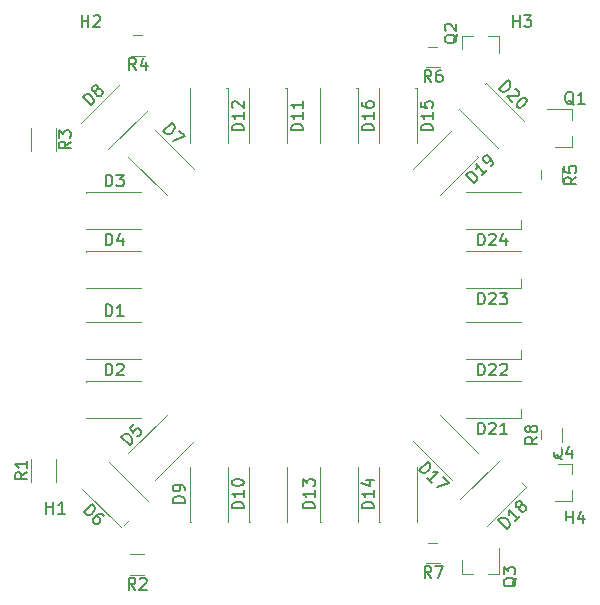
<source format=gto>
G04 #@! TF.GenerationSoftware,KiCad,Pcbnew,(5.99.0-490-gc7ce93e10)*
G04 #@! TF.CreationDate,2019-12-10T12:04:11+01:00*
G04 #@! TF.ProjectId,LED_Panel_Flat,4c45445f-5061-46e6-956c-5f466c61742e,rev?*
G04 #@! TF.SameCoordinates,Original*
G04 #@! TF.FileFunction,Legend,Top*
G04 #@! TF.FilePolarity,Positive*
%FSLAX46Y46*%
G04 Gerber Fmt 4.6, Leading zero omitted, Abs format (unit mm)*
G04 Created by KiCad (PCBNEW (5.99.0-490-gc7ce93e10)) date 2019-12-10 12:04:11*
%MOMM*%
%LPD*%
G04 APERTURE LIST*
%ADD10C,0.120000*%
%ADD11C,0.150000*%
%ADD12C,6.000000*%
%ADD13R,1.700000X1.100000*%
%ADD14R,1.100000X1.700000*%
%ADD15R,2.100000X1.300000*%
%ADD16R,1.300000X1.200000*%
%ADD17R,1.200000X1.300000*%
%ADD18R,1.900000X3.000000*%
%ADD19R,3.000000X1.900000*%
G04 APERTURE END LIST*
D10*
X159120000Y-103600000D02*
X159120000Y-102400000D01*
X160880000Y-102400000D02*
X160880000Y-103600000D01*
X150600000Y-113880000D02*
X149400000Y-113880000D01*
X149400000Y-112120000D02*
X150600000Y-112120000D01*
X150600000Y-71880000D02*
X149400000Y-71880000D01*
X149400000Y-70120000D02*
X150600000Y-70120000D01*
X160880000Y-80400000D02*
X160880000Y-81600000D01*
X159120000Y-81600000D02*
X159120000Y-80400000D01*
X125600000Y-70880000D02*
X124400000Y-70880000D01*
X124400000Y-69120000D02*
X125600000Y-69120000D01*
X118070000Y-77000000D02*
X118070000Y-79000000D01*
X115930000Y-79000000D02*
X115930000Y-77000000D01*
X125550000Y-114880000D02*
X124350000Y-114880000D01*
X124350000Y-113120000D02*
X125550000Y-113120000D01*
X115930000Y-107000000D02*
X115930000Y-105000000D01*
X118070000Y-105000000D02*
X118070000Y-107000000D01*
X161760000Y-108580000D02*
X160300000Y-108580000D01*
X161760000Y-105420000D02*
X159600000Y-105420000D01*
X161760000Y-105420000D02*
X161760000Y-106350000D01*
X161760000Y-108580000D02*
X161760000Y-107650000D01*
X152420000Y-114760000D02*
X152420000Y-113300000D01*
X155580000Y-114760000D02*
X155580000Y-112600000D01*
X155580000Y-114760000D02*
X154650000Y-114760000D01*
X152420000Y-114760000D02*
X153350000Y-114760000D01*
X155580000Y-69240000D02*
X155580000Y-70700000D01*
X152420000Y-69240000D02*
X152420000Y-71400000D01*
X152420000Y-69240000D02*
X153350000Y-69240000D01*
X155580000Y-69240000D02*
X154650000Y-69240000D01*
X161760000Y-78580000D02*
X160300000Y-78580000D01*
X161760000Y-75420000D02*
X159600000Y-75420000D01*
X161760000Y-75420000D02*
X161760000Y-76350000D01*
X161760000Y-78580000D02*
X161760000Y-77650000D01*
X157400000Y-85600000D02*
X157400000Y-84800000D01*
X152750000Y-85600000D02*
X157400000Y-85600000D01*
X152750000Y-82400000D02*
X157400000Y-82400000D01*
X157400000Y-90600000D02*
X157400000Y-89800000D01*
X152750000Y-90600000D02*
X157400000Y-90600000D01*
X152750000Y-87400000D02*
X157400000Y-87400000D01*
X157400000Y-96600000D02*
X157400000Y-95800000D01*
X152750000Y-96600000D02*
X157400000Y-96600000D01*
X152750000Y-93400000D02*
X157400000Y-93400000D01*
X157400000Y-101600000D02*
X157400000Y-100800000D01*
X152750000Y-101600000D02*
X157400000Y-101600000D01*
X152750000Y-98400000D02*
X157400000Y-98400000D01*
X154434315Y-73171573D02*
X153868629Y-73737258D01*
X157722361Y-76459619D02*
X154434315Y-73171573D01*
X155459619Y-78722361D02*
X152171573Y-75434315D01*
X153828427Y-79434315D02*
X153262742Y-78868629D01*
X150540381Y-82722361D02*
X153828427Y-79434315D01*
X148277639Y-80459619D02*
X151565685Y-77171573D01*
X157828427Y-107434315D02*
X157262742Y-106868629D01*
X154540381Y-110722361D02*
X157828427Y-107434315D01*
X152277639Y-108459619D02*
X155565685Y-105171573D01*
X151565685Y-106828427D02*
X152131371Y-106262742D01*
X148277639Y-103540381D02*
X151565685Y-106828427D01*
X150540381Y-101277639D02*
X153828427Y-104565685D01*
X143600000Y-73600000D02*
X142800000Y-73600000D01*
X143600000Y-78250000D02*
X143600000Y-73600000D01*
X140400000Y-78250000D02*
X140400000Y-73600000D01*
X148600000Y-73600000D02*
X147800000Y-73600000D01*
X148600000Y-78250000D02*
X148600000Y-73600000D01*
X145400000Y-78250000D02*
X145400000Y-73600000D01*
X145400000Y-110400000D02*
X146200000Y-110400000D01*
X145400000Y-105750000D02*
X145400000Y-110400000D01*
X148600000Y-105750000D02*
X148600000Y-110400000D01*
X140400000Y-110400000D02*
X141200000Y-110400000D01*
X140400000Y-105750000D02*
X140400000Y-110400000D01*
X143600000Y-105750000D02*
X143600000Y-110400000D01*
X132600000Y-73600000D02*
X131800000Y-73600000D01*
X132600000Y-78250000D02*
X132600000Y-73600000D01*
X129400000Y-78250000D02*
X129400000Y-73600000D01*
X137600000Y-73600000D02*
X136800000Y-73600000D01*
X137600000Y-78250000D02*
X137600000Y-73600000D01*
X134400000Y-78250000D02*
X134400000Y-73600000D01*
X134400000Y-110400000D02*
X135200000Y-110400000D01*
X134400000Y-105750000D02*
X134400000Y-110400000D01*
X137600000Y-105750000D02*
X137600000Y-110400000D01*
X129400000Y-110400000D02*
X130200000Y-110400000D01*
X129400000Y-105750000D02*
X129400000Y-110400000D01*
X132600000Y-105750000D02*
X132600000Y-110400000D01*
X120171573Y-76565685D02*
X120737258Y-77131371D01*
X123459619Y-73277639D02*
X120171573Y-76565685D01*
X125722361Y-75540381D02*
X122434315Y-78828427D01*
X126434315Y-77171573D02*
X125868629Y-77737258D01*
X129722361Y-80459619D02*
X126434315Y-77171573D01*
X127459619Y-82722361D02*
X124171573Y-79434315D01*
X123565685Y-110828427D02*
X124131371Y-110262742D01*
X120277639Y-107540381D02*
X123565685Y-110828427D01*
X122540381Y-105277639D02*
X125828427Y-108565685D01*
X124171573Y-104565685D02*
X124737258Y-105131371D01*
X127459619Y-101277639D02*
X124171573Y-104565685D01*
X129722361Y-103540381D02*
X126434315Y-106828427D01*
X120600000Y-87400000D02*
X120600000Y-88200000D01*
X125250000Y-87400000D02*
X120600000Y-87400000D01*
X125250000Y-90600000D02*
X120600000Y-90600000D01*
X120600000Y-82400000D02*
X120600000Y-83200000D01*
X125250000Y-82400000D02*
X120600000Y-82400000D01*
X125250000Y-85600000D02*
X120600000Y-85600000D01*
X120600000Y-98400000D02*
X120600000Y-99200000D01*
X125250000Y-98400000D02*
X120600000Y-98400000D01*
X125250000Y-101600000D02*
X120600000Y-101600000D01*
X120600000Y-93400000D02*
X120600000Y-94200000D01*
X125250000Y-93400000D02*
X120600000Y-93400000D01*
X125250000Y-96600000D02*
X120600000Y-96600000D01*
D11*
X161238095Y-110452380D02*
X161238095Y-109452380D01*
X161238095Y-109928571D02*
X161809523Y-109928571D01*
X161809523Y-110452380D02*
X161809523Y-109452380D01*
X162714285Y-109785714D02*
X162714285Y-110452380D01*
X162476190Y-109404761D02*
X162238095Y-110119047D01*
X162857142Y-110119047D01*
X156738095Y-68452380D02*
X156738095Y-67452380D01*
X156738095Y-67928571D02*
X157309523Y-67928571D01*
X157309523Y-68452380D02*
X157309523Y-67452380D01*
X157690476Y-67452380D02*
X158309523Y-67452380D01*
X157976190Y-67833333D01*
X158119047Y-67833333D01*
X158214285Y-67880952D01*
X158261904Y-67928571D01*
X158309523Y-68023809D01*
X158309523Y-68261904D01*
X158261904Y-68357142D01*
X158214285Y-68404761D01*
X158119047Y-68452380D01*
X157833333Y-68452380D01*
X157738095Y-68404761D01*
X157690476Y-68357142D01*
X158802380Y-103166666D02*
X158326190Y-103500000D01*
X158802380Y-103738095D02*
X157802380Y-103738095D01*
X157802380Y-103357142D01*
X157850000Y-103261904D01*
X157897619Y-103214285D01*
X157992857Y-103166666D01*
X158135714Y-103166666D01*
X158230952Y-103214285D01*
X158278571Y-103261904D01*
X158326190Y-103357142D01*
X158326190Y-103738095D01*
X158230952Y-102595238D02*
X158183333Y-102690476D01*
X158135714Y-102738095D01*
X158040476Y-102785714D01*
X157992857Y-102785714D01*
X157897619Y-102738095D01*
X157850000Y-102690476D01*
X157802380Y-102595238D01*
X157802380Y-102404761D01*
X157850000Y-102309523D01*
X157897619Y-102261904D01*
X157992857Y-102214285D01*
X158040476Y-102214285D01*
X158135714Y-102261904D01*
X158183333Y-102309523D01*
X158230952Y-102404761D01*
X158230952Y-102595238D01*
X158278571Y-102690476D01*
X158326190Y-102738095D01*
X158421428Y-102785714D01*
X158611904Y-102785714D01*
X158707142Y-102738095D01*
X158754761Y-102690476D01*
X158802380Y-102595238D01*
X158802380Y-102404761D01*
X158754761Y-102309523D01*
X158707142Y-102261904D01*
X158611904Y-102214285D01*
X158421428Y-102214285D01*
X158326190Y-102261904D01*
X158278571Y-102309523D01*
X158230952Y-102404761D01*
X149833333Y-115102380D02*
X149500000Y-114626190D01*
X149261904Y-115102380D02*
X149261904Y-114102380D01*
X149642857Y-114102380D01*
X149738095Y-114150000D01*
X149785714Y-114197619D01*
X149833333Y-114292857D01*
X149833333Y-114435714D01*
X149785714Y-114530952D01*
X149738095Y-114578571D01*
X149642857Y-114626190D01*
X149261904Y-114626190D01*
X150166666Y-114102380D02*
X150833333Y-114102380D01*
X150404761Y-115102380D01*
X149833333Y-73102380D02*
X149500000Y-72626190D01*
X149261904Y-73102380D02*
X149261904Y-72102380D01*
X149642857Y-72102380D01*
X149738095Y-72150000D01*
X149785714Y-72197619D01*
X149833333Y-72292857D01*
X149833333Y-72435714D01*
X149785714Y-72530952D01*
X149738095Y-72578571D01*
X149642857Y-72626190D01*
X149261904Y-72626190D01*
X150690476Y-72102380D02*
X150500000Y-72102380D01*
X150404761Y-72150000D01*
X150357142Y-72197619D01*
X150261904Y-72340476D01*
X150214285Y-72530952D01*
X150214285Y-72911904D01*
X150261904Y-73007142D01*
X150309523Y-73054761D01*
X150404761Y-73102380D01*
X150595238Y-73102380D01*
X150690476Y-73054761D01*
X150738095Y-73007142D01*
X150785714Y-72911904D01*
X150785714Y-72673809D01*
X150738095Y-72578571D01*
X150690476Y-72530952D01*
X150595238Y-72483333D01*
X150404761Y-72483333D01*
X150309523Y-72530952D01*
X150261904Y-72578571D01*
X150214285Y-72673809D01*
X162102380Y-81166666D02*
X161626190Y-81500000D01*
X162102380Y-81738095D02*
X161102380Y-81738095D01*
X161102380Y-81357142D01*
X161150000Y-81261904D01*
X161197619Y-81214285D01*
X161292857Y-81166666D01*
X161435714Y-81166666D01*
X161530952Y-81214285D01*
X161578571Y-81261904D01*
X161626190Y-81357142D01*
X161626190Y-81738095D01*
X161102380Y-80261904D02*
X161102380Y-80738095D01*
X161578571Y-80785714D01*
X161530952Y-80738095D01*
X161483333Y-80642857D01*
X161483333Y-80404761D01*
X161530952Y-80309523D01*
X161578571Y-80261904D01*
X161673809Y-80214285D01*
X161911904Y-80214285D01*
X162007142Y-80261904D01*
X162054761Y-80309523D01*
X162102380Y-80404761D01*
X162102380Y-80642857D01*
X162054761Y-80738095D01*
X162007142Y-80785714D01*
X124833333Y-72102380D02*
X124500000Y-71626190D01*
X124261904Y-72102380D02*
X124261904Y-71102380D01*
X124642857Y-71102380D01*
X124738095Y-71150000D01*
X124785714Y-71197619D01*
X124833333Y-71292857D01*
X124833333Y-71435714D01*
X124785714Y-71530952D01*
X124738095Y-71578571D01*
X124642857Y-71626190D01*
X124261904Y-71626190D01*
X125690476Y-71435714D02*
X125690476Y-72102380D01*
X125452380Y-71054761D02*
X125214285Y-71769047D01*
X125833333Y-71769047D01*
X119302380Y-78166666D02*
X118826190Y-78500000D01*
X119302380Y-78738095D02*
X118302380Y-78738095D01*
X118302380Y-78357142D01*
X118350000Y-78261904D01*
X118397619Y-78214285D01*
X118492857Y-78166666D01*
X118635714Y-78166666D01*
X118730952Y-78214285D01*
X118778571Y-78261904D01*
X118826190Y-78357142D01*
X118826190Y-78738095D01*
X118302380Y-77833333D02*
X118302380Y-77214285D01*
X118683333Y-77547619D01*
X118683333Y-77404761D01*
X118730952Y-77309523D01*
X118778571Y-77261904D01*
X118873809Y-77214285D01*
X119111904Y-77214285D01*
X119207142Y-77261904D01*
X119254761Y-77309523D01*
X119302380Y-77404761D01*
X119302380Y-77690476D01*
X119254761Y-77785714D01*
X119207142Y-77833333D01*
X124783333Y-116102380D02*
X124450000Y-115626190D01*
X124211904Y-116102380D02*
X124211904Y-115102380D01*
X124592857Y-115102380D01*
X124688095Y-115150000D01*
X124735714Y-115197619D01*
X124783333Y-115292857D01*
X124783333Y-115435714D01*
X124735714Y-115530952D01*
X124688095Y-115578571D01*
X124592857Y-115626190D01*
X124211904Y-115626190D01*
X125164285Y-115197619D02*
X125211904Y-115150000D01*
X125307142Y-115102380D01*
X125545238Y-115102380D01*
X125640476Y-115150000D01*
X125688095Y-115197619D01*
X125735714Y-115292857D01*
X125735714Y-115388095D01*
X125688095Y-115530952D01*
X125116666Y-116102380D01*
X125735714Y-116102380D01*
X115602380Y-106166666D02*
X115126190Y-106500000D01*
X115602380Y-106738095D02*
X114602380Y-106738095D01*
X114602380Y-106357142D01*
X114650000Y-106261904D01*
X114697619Y-106214285D01*
X114792857Y-106166666D01*
X114935714Y-106166666D01*
X115030952Y-106214285D01*
X115078571Y-106261904D01*
X115126190Y-106357142D01*
X115126190Y-106738095D01*
X115602380Y-105214285D02*
X115602380Y-105785714D01*
X115602380Y-105500000D02*
X114602380Y-105500000D01*
X114745238Y-105595238D01*
X114840476Y-105690476D01*
X114888095Y-105785714D01*
X160904761Y-105047619D02*
X160809523Y-105000000D01*
X160714285Y-104904761D01*
X160571428Y-104761904D01*
X160476190Y-104714285D01*
X160380952Y-104714285D01*
X160428571Y-104952380D02*
X160333333Y-104904761D01*
X160238095Y-104809523D01*
X160190476Y-104619047D01*
X160190476Y-104285714D01*
X160238095Y-104095238D01*
X160333333Y-104000000D01*
X160428571Y-103952380D01*
X160619047Y-103952380D01*
X160714285Y-104000000D01*
X160809523Y-104095238D01*
X160857142Y-104285714D01*
X160857142Y-104619047D01*
X160809523Y-104809523D01*
X160714285Y-104904761D01*
X160619047Y-104952380D01*
X160428571Y-104952380D01*
X161714285Y-104285714D02*
X161714285Y-104952380D01*
X161476190Y-103904761D02*
X161238095Y-104619047D01*
X161857142Y-104619047D01*
X157047619Y-115095238D02*
X157000000Y-115190476D01*
X156904761Y-115285714D01*
X156761904Y-115428571D01*
X156714285Y-115523809D01*
X156714285Y-115619047D01*
X156952380Y-115571428D02*
X156904761Y-115666666D01*
X156809523Y-115761904D01*
X156619047Y-115809523D01*
X156285714Y-115809523D01*
X156095238Y-115761904D01*
X156000000Y-115666666D01*
X155952380Y-115571428D01*
X155952380Y-115380952D01*
X156000000Y-115285714D01*
X156095238Y-115190476D01*
X156285714Y-115142857D01*
X156619047Y-115142857D01*
X156809523Y-115190476D01*
X156904761Y-115285714D01*
X156952380Y-115380952D01*
X156952380Y-115571428D01*
X155952380Y-114809523D02*
X155952380Y-114190476D01*
X156333333Y-114523809D01*
X156333333Y-114380952D01*
X156380952Y-114285714D01*
X156428571Y-114238095D01*
X156523809Y-114190476D01*
X156761904Y-114190476D01*
X156857142Y-114238095D01*
X156904761Y-114285714D01*
X156952380Y-114380952D01*
X156952380Y-114666666D01*
X156904761Y-114761904D01*
X156857142Y-114809523D01*
X152047619Y-69095238D02*
X152000000Y-69190476D01*
X151904761Y-69285714D01*
X151761904Y-69428571D01*
X151714285Y-69523809D01*
X151714285Y-69619047D01*
X151952380Y-69571428D02*
X151904761Y-69666666D01*
X151809523Y-69761904D01*
X151619047Y-69809523D01*
X151285714Y-69809523D01*
X151095238Y-69761904D01*
X151000000Y-69666666D01*
X150952380Y-69571428D01*
X150952380Y-69380952D01*
X151000000Y-69285714D01*
X151095238Y-69190476D01*
X151285714Y-69142857D01*
X151619047Y-69142857D01*
X151809523Y-69190476D01*
X151904761Y-69285714D01*
X151952380Y-69380952D01*
X151952380Y-69571428D01*
X151047619Y-68761904D02*
X151000000Y-68714285D01*
X150952380Y-68619047D01*
X150952380Y-68380952D01*
X151000000Y-68285714D01*
X151047619Y-68238095D01*
X151142857Y-68190476D01*
X151238095Y-68190476D01*
X151380952Y-68238095D01*
X151952380Y-68809523D01*
X151952380Y-68190476D01*
X161904761Y-75047619D02*
X161809523Y-75000000D01*
X161714285Y-74904761D01*
X161571428Y-74761904D01*
X161476190Y-74714285D01*
X161380952Y-74714285D01*
X161428571Y-74952380D02*
X161333333Y-74904761D01*
X161238095Y-74809523D01*
X161190476Y-74619047D01*
X161190476Y-74285714D01*
X161238095Y-74095238D01*
X161333333Y-74000000D01*
X161428571Y-73952380D01*
X161619047Y-73952380D01*
X161714285Y-74000000D01*
X161809523Y-74095238D01*
X161857142Y-74285714D01*
X161857142Y-74619047D01*
X161809523Y-74809523D01*
X161714285Y-74904761D01*
X161619047Y-74952380D01*
X161428571Y-74952380D01*
X162809523Y-74952380D02*
X162238095Y-74952380D01*
X162523809Y-74952380D02*
X162523809Y-73952380D01*
X162428571Y-74095238D01*
X162333333Y-74190476D01*
X162238095Y-74238095D01*
X120238095Y-68452380D02*
X120238095Y-67452380D01*
X120238095Y-67928571D02*
X120809523Y-67928571D01*
X120809523Y-68452380D02*
X120809523Y-67452380D01*
X121238095Y-67547619D02*
X121285714Y-67500000D01*
X121380952Y-67452380D01*
X121619047Y-67452380D01*
X121714285Y-67500000D01*
X121761904Y-67547619D01*
X121809523Y-67642857D01*
X121809523Y-67738095D01*
X121761904Y-67880952D01*
X121190476Y-68452380D01*
X121809523Y-68452380D01*
X117238095Y-109652380D02*
X117238095Y-108652380D01*
X117238095Y-109128571D02*
X117809523Y-109128571D01*
X117809523Y-109652380D02*
X117809523Y-108652380D01*
X118809523Y-109652380D02*
X118238095Y-109652380D01*
X118523809Y-109652380D02*
X118523809Y-108652380D01*
X118428571Y-108795238D01*
X118333333Y-108890476D01*
X118238095Y-108938095D01*
X153785714Y-86952380D02*
X153785714Y-85952380D01*
X154023809Y-85952380D01*
X154166666Y-86000000D01*
X154261904Y-86095238D01*
X154309523Y-86190476D01*
X154357142Y-86380952D01*
X154357142Y-86523809D01*
X154309523Y-86714285D01*
X154261904Y-86809523D01*
X154166666Y-86904761D01*
X154023809Y-86952380D01*
X153785714Y-86952380D01*
X154738095Y-86047619D02*
X154785714Y-86000000D01*
X154880952Y-85952380D01*
X155119047Y-85952380D01*
X155214285Y-86000000D01*
X155261904Y-86047619D01*
X155309523Y-86142857D01*
X155309523Y-86238095D01*
X155261904Y-86380952D01*
X154690476Y-86952380D01*
X155309523Y-86952380D01*
X156166666Y-86285714D02*
X156166666Y-86952380D01*
X155928571Y-85904761D02*
X155690476Y-86619047D01*
X156309523Y-86619047D01*
X153785714Y-91952380D02*
X153785714Y-90952380D01*
X154023809Y-90952380D01*
X154166666Y-91000000D01*
X154261904Y-91095238D01*
X154309523Y-91190476D01*
X154357142Y-91380952D01*
X154357142Y-91523809D01*
X154309523Y-91714285D01*
X154261904Y-91809523D01*
X154166666Y-91904761D01*
X154023809Y-91952380D01*
X153785714Y-91952380D01*
X154738095Y-91047619D02*
X154785714Y-91000000D01*
X154880952Y-90952380D01*
X155119047Y-90952380D01*
X155214285Y-91000000D01*
X155261904Y-91047619D01*
X155309523Y-91142857D01*
X155309523Y-91238095D01*
X155261904Y-91380952D01*
X154690476Y-91952380D01*
X155309523Y-91952380D01*
X155642857Y-90952380D02*
X156261904Y-90952380D01*
X155928571Y-91333333D01*
X156071428Y-91333333D01*
X156166666Y-91380952D01*
X156214285Y-91428571D01*
X156261904Y-91523809D01*
X156261904Y-91761904D01*
X156214285Y-91857142D01*
X156166666Y-91904761D01*
X156071428Y-91952380D01*
X155785714Y-91952380D01*
X155690476Y-91904761D01*
X155642857Y-91857142D01*
X153785714Y-97952380D02*
X153785714Y-96952380D01*
X154023809Y-96952380D01*
X154166666Y-97000000D01*
X154261904Y-97095238D01*
X154309523Y-97190476D01*
X154357142Y-97380952D01*
X154357142Y-97523809D01*
X154309523Y-97714285D01*
X154261904Y-97809523D01*
X154166666Y-97904761D01*
X154023809Y-97952380D01*
X153785714Y-97952380D01*
X154738095Y-97047619D02*
X154785714Y-97000000D01*
X154880952Y-96952380D01*
X155119047Y-96952380D01*
X155214285Y-97000000D01*
X155261904Y-97047619D01*
X155309523Y-97142857D01*
X155309523Y-97238095D01*
X155261904Y-97380952D01*
X154690476Y-97952380D01*
X155309523Y-97952380D01*
X155690476Y-97047619D02*
X155738095Y-97000000D01*
X155833333Y-96952380D01*
X156071428Y-96952380D01*
X156166666Y-97000000D01*
X156214285Y-97047619D01*
X156261904Y-97142857D01*
X156261904Y-97238095D01*
X156214285Y-97380952D01*
X155642857Y-97952380D01*
X156261904Y-97952380D01*
X153785714Y-102952380D02*
X153785714Y-101952380D01*
X154023809Y-101952380D01*
X154166666Y-102000000D01*
X154261904Y-102095238D01*
X154309523Y-102190476D01*
X154357142Y-102380952D01*
X154357142Y-102523809D01*
X154309523Y-102714285D01*
X154261904Y-102809523D01*
X154166666Y-102904761D01*
X154023809Y-102952380D01*
X153785714Y-102952380D01*
X154738095Y-102047619D02*
X154785714Y-102000000D01*
X154880952Y-101952380D01*
X155119047Y-101952380D01*
X155214285Y-102000000D01*
X155261904Y-102047619D01*
X155309523Y-102142857D01*
X155309523Y-102238095D01*
X155261904Y-102380952D01*
X154690476Y-102952380D01*
X155309523Y-102952380D01*
X156261904Y-102952380D02*
X155690476Y-102952380D01*
X155976190Y-102952380D02*
X155976190Y-101952380D01*
X155880952Y-102095238D01*
X155785714Y-102190476D01*
X155690476Y-102238095D01*
X155589255Y-73693484D02*
X156296362Y-72986378D01*
X156464721Y-73154736D01*
X156532064Y-73289423D01*
X156532064Y-73424110D01*
X156498392Y-73525126D01*
X156397377Y-73693484D01*
X156296362Y-73794500D01*
X156128003Y-73895515D01*
X156026988Y-73929187D01*
X155892301Y-73929187D01*
X155757614Y-73861843D01*
X155589255Y-73693484D01*
X156902454Y-73727156D02*
X156969797Y-73727156D01*
X157070812Y-73760828D01*
X157239171Y-73929187D01*
X157272843Y-74030202D01*
X157272843Y-74097545D01*
X157239171Y-74198561D01*
X157171828Y-74265904D01*
X157037141Y-74333248D01*
X156229018Y-74333248D01*
X156666751Y-74770981D01*
X157811591Y-74501607D02*
X157878934Y-74568950D01*
X157912606Y-74669965D01*
X157912606Y-74737309D01*
X157878934Y-74838324D01*
X157777919Y-75006683D01*
X157609560Y-75175042D01*
X157441202Y-75276057D01*
X157340186Y-75309729D01*
X157272843Y-75309729D01*
X157171828Y-75276057D01*
X157104484Y-75208713D01*
X157070812Y-75107698D01*
X157070812Y-75040355D01*
X157104484Y-74939339D01*
X157205499Y-74770981D01*
X157373858Y-74602622D01*
X157542217Y-74501607D01*
X157643232Y-74467935D01*
X157710576Y-74467935D01*
X157811591Y-74501607D01*
X153461251Y-81678511D02*
X152754145Y-80971404D01*
X152922503Y-80803045D01*
X153057190Y-80735702D01*
X153191877Y-80735702D01*
X153292893Y-80769374D01*
X153461251Y-80870389D01*
X153562267Y-80971404D01*
X153663282Y-81139763D01*
X153696954Y-81240778D01*
X153696954Y-81375465D01*
X153629610Y-81510152D01*
X153461251Y-81678511D01*
X154538748Y-80601015D02*
X154134687Y-81005076D01*
X154336717Y-80803045D02*
X153629610Y-80095938D01*
X153663282Y-80264297D01*
X153663282Y-80398984D01*
X153629610Y-80500000D01*
X154875465Y-80264297D02*
X155010152Y-80129610D01*
X155043824Y-80028595D01*
X155043824Y-79961251D01*
X155010152Y-79792893D01*
X154909137Y-79624534D01*
X154639763Y-79355160D01*
X154538748Y-79321488D01*
X154471404Y-79321488D01*
X154370389Y-79355160D01*
X154235702Y-79489847D01*
X154202030Y-79590862D01*
X154202030Y-79658206D01*
X154235702Y-79759221D01*
X154404061Y-79927580D01*
X154505076Y-79961251D01*
X154572419Y-79961251D01*
X154673435Y-79927580D01*
X154808122Y-79792893D01*
X154841793Y-79691877D01*
X154841793Y-79624534D01*
X154808122Y-79523519D01*
X156229018Y-110946278D02*
X155521912Y-110239171D01*
X155690270Y-110070812D01*
X155824957Y-110003469D01*
X155959644Y-110003469D01*
X156060660Y-110037141D01*
X156229018Y-110138156D01*
X156330034Y-110239171D01*
X156431049Y-110407530D01*
X156464721Y-110508545D01*
X156464721Y-110643232D01*
X156397377Y-110777919D01*
X156229018Y-110946278D01*
X157306515Y-109868782D02*
X156902454Y-110272843D01*
X157104484Y-110070812D02*
X156397377Y-109363705D01*
X156431049Y-109532064D01*
X156431049Y-109666751D01*
X156397377Y-109767767D01*
X157306515Y-109060660D02*
X157205499Y-109094331D01*
X157138156Y-109094331D01*
X157037141Y-109060660D01*
X157003469Y-109026988D01*
X156969797Y-108925973D01*
X156969797Y-108858629D01*
X157003469Y-108757614D01*
X157138156Y-108622927D01*
X157239171Y-108589255D01*
X157306515Y-108589255D01*
X157407530Y-108622927D01*
X157441202Y-108656599D01*
X157474873Y-108757614D01*
X157474873Y-108824957D01*
X157441202Y-108925973D01*
X157306515Y-109060660D01*
X157272843Y-109161675D01*
X157272843Y-109229018D01*
X157306515Y-109330034D01*
X157441202Y-109464721D01*
X157542217Y-109498392D01*
X157609560Y-109498392D01*
X157710576Y-109464721D01*
X157845263Y-109330034D01*
X157878934Y-109229018D01*
X157878934Y-109161675D01*
X157845263Y-109060660D01*
X157710576Y-108925973D01*
X157609560Y-108892301D01*
X157542217Y-108892301D01*
X157441202Y-108925973D01*
X148821488Y-105961251D02*
X149528595Y-105254145D01*
X149696954Y-105422503D01*
X149764297Y-105557190D01*
X149764297Y-105691877D01*
X149730625Y-105792893D01*
X149629610Y-105961251D01*
X149528595Y-106062267D01*
X149360236Y-106163282D01*
X149259221Y-106196954D01*
X149124534Y-106196954D01*
X148989847Y-106129610D01*
X148821488Y-105961251D01*
X149898984Y-107038748D02*
X149494923Y-106634687D01*
X149696954Y-106836717D02*
X150404061Y-106129610D01*
X150235702Y-106163282D01*
X150101015Y-106163282D01*
X150000000Y-106129610D01*
X150841793Y-106567343D02*
X151313198Y-107038748D01*
X150303045Y-107442809D01*
X144952380Y-77214285D02*
X143952380Y-77214285D01*
X143952380Y-76976190D01*
X144000000Y-76833333D01*
X144095238Y-76738095D01*
X144190476Y-76690476D01*
X144380952Y-76642857D01*
X144523809Y-76642857D01*
X144714285Y-76690476D01*
X144809523Y-76738095D01*
X144904761Y-76833333D01*
X144952380Y-76976190D01*
X144952380Y-77214285D01*
X144952380Y-75690476D02*
X144952380Y-76261904D01*
X144952380Y-75976190D02*
X143952380Y-75976190D01*
X144095238Y-76071428D01*
X144190476Y-76166666D01*
X144238095Y-76261904D01*
X143952380Y-74833333D02*
X143952380Y-75023809D01*
X144000000Y-75119047D01*
X144047619Y-75166666D01*
X144190476Y-75261904D01*
X144380952Y-75309523D01*
X144761904Y-75309523D01*
X144857142Y-75261904D01*
X144904761Y-75214285D01*
X144952380Y-75119047D01*
X144952380Y-74928571D01*
X144904761Y-74833333D01*
X144857142Y-74785714D01*
X144761904Y-74738095D01*
X144523809Y-74738095D01*
X144428571Y-74785714D01*
X144380952Y-74833333D01*
X144333333Y-74928571D01*
X144333333Y-75119047D01*
X144380952Y-75214285D01*
X144428571Y-75261904D01*
X144523809Y-75309523D01*
X149952380Y-77214285D02*
X148952380Y-77214285D01*
X148952380Y-76976190D01*
X149000000Y-76833333D01*
X149095238Y-76738095D01*
X149190476Y-76690476D01*
X149380952Y-76642857D01*
X149523809Y-76642857D01*
X149714285Y-76690476D01*
X149809523Y-76738095D01*
X149904761Y-76833333D01*
X149952380Y-76976190D01*
X149952380Y-77214285D01*
X149952380Y-75690476D02*
X149952380Y-76261904D01*
X149952380Y-75976190D02*
X148952380Y-75976190D01*
X149095238Y-76071428D01*
X149190476Y-76166666D01*
X149238095Y-76261904D01*
X148952380Y-74785714D02*
X148952380Y-75261904D01*
X149428571Y-75309523D01*
X149380952Y-75261904D01*
X149333333Y-75166666D01*
X149333333Y-74928571D01*
X149380952Y-74833333D01*
X149428571Y-74785714D01*
X149523809Y-74738095D01*
X149761904Y-74738095D01*
X149857142Y-74785714D01*
X149904761Y-74833333D01*
X149952380Y-74928571D01*
X149952380Y-75166666D01*
X149904761Y-75261904D01*
X149857142Y-75309523D01*
X144952380Y-109214285D02*
X143952380Y-109214285D01*
X143952380Y-108976190D01*
X144000000Y-108833333D01*
X144095238Y-108738095D01*
X144190476Y-108690476D01*
X144380952Y-108642857D01*
X144523809Y-108642857D01*
X144714285Y-108690476D01*
X144809523Y-108738095D01*
X144904761Y-108833333D01*
X144952380Y-108976190D01*
X144952380Y-109214285D01*
X144952380Y-107690476D02*
X144952380Y-108261904D01*
X144952380Y-107976190D02*
X143952380Y-107976190D01*
X144095238Y-108071428D01*
X144190476Y-108166666D01*
X144238095Y-108261904D01*
X144285714Y-106833333D02*
X144952380Y-106833333D01*
X143904761Y-107071428D02*
X144619047Y-107309523D01*
X144619047Y-106690476D01*
X139952380Y-109214285D02*
X138952380Y-109214285D01*
X138952380Y-108976190D01*
X139000000Y-108833333D01*
X139095238Y-108738095D01*
X139190476Y-108690476D01*
X139380952Y-108642857D01*
X139523809Y-108642857D01*
X139714285Y-108690476D01*
X139809523Y-108738095D01*
X139904761Y-108833333D01*
X139952380Y-108976190D01*
X139952380Y-109214285D01*
X139952380Y-107690476D02*
X139952380Y-108261904D01*
X139952380Y-107976190D02*
X138952380Y-107976190D01*
X139095238Y-108071428D01*
X139190476Y-108166666D01*
X139238095Y-108261904D01*
X138952380Y-107357142D02*
X138952380Y-106738095D01*
X139333333Y-107071428D01*
X139333333Y-106928571D01*
X139380952Y-106833333D01*
X139428571Y-106785714D01*
X139523809Y-106738095D01*
X139761904Y-106738095D01*
X139857142Y-106785714D01*
X139904761Y-106833333D01*
X139952380Y-106928571D01*
X139952380Y-107214285D01*
X139904761Y-107309523D01*
X139857142Y-107357142D01*
X133952380Y-77214285D02*
X132952380Y-77214285D01*
X132952380Y-76976190D01*
X133000000Y-76833333D01*
X133095238Y-76738095D01*
X133190476Y-76690476D01*
X133380952Y-76642857D01*
X133523809Y-76642857D01*
X133714285Y-76690476D01*
X133809523Y-76738095D01*
X133904761Y-76833333D01*
X133952380Y-76976190D01*
X133952380Y-77214285D01*
X133952380Y-75690476D02*
X133952380Y-76261904D01*
X133952380Y-75976190D02*
X132952380Y-75976190D01*
X133095238Y-76071428D01*
X133190476Y-76166666D01*
X133238095Y-76261904D01*
X133047619Y-75309523D02*
X133000000Y-75261904D01*
X132952380Y-75166666D01*
X132952380Y-74928571D01*
X133000000Y-74833333D01*
X133047619Y-74785714D01*
X133142857Y-74738095D01*
X133238095Y-74738095D01*
X133380952Y-74785714D01*
X133952380Y-75357142D01*
X133952380Y-74738095D01*
X138952380Y-77214285D02*
X137952380Y-77214285D01*
X137952380Y-76976190D01*
X138000000Y-76833333D01*
X138095238Y-76738095D01*
X138190476Y-76690476D01*
X138380952Y-76642857D01*
X138523809Y-76642857D01*
X138714285Y-76690476D01*
X138809523Y-76738095D01*
X138904761Y-76833333D01*
X138952380Y-76976190D01*
X138952380Y-77214285D01*
X138952380Y-75690476D02*
X138952380Y-76261904D01*
X138952380Y-75976190D02*
X137952380Y-75976190D01*
X138095238Y-76071428D01*
X138190476Y-76166666D01*
X138238095Y-76261904D01*
X138952380Y-74738095D02*
X138952380Y-75309523D01*
X138952380Y-75023809D02*
X137952380Y-75023809D01*
X138095238Y-75119047D01*
X138190476Y-75214285D01*
X138238095Y-75309523D01*
X133952380Y-109214285D02*
X132952380Y-109214285D01*
X132952380Y-108976190D01*
X133000000Y-108833333D01*
X133095238Y-108738095D01*
X133190476Y-108690476D01*
X133380952Y-108642857D01*
X133523809Y-108642857D01*
X133714285Y-108690476D01*
X133809523Y-108738095D01*
X133904761Y-108833333D01*
X133952380Y-108976190D01*
X133952380Y-109214285D01*
X133952380Y-107690476D02*
X133952380Y-108261904D01*
X133952380Y-107976190D02*
X132952380Y-107976190D01*
X133095238Y-108071428D01*
X133190476Y-108166666D01*
X133238095Y-108261904D01*
X132952380Y-107071428D02*
X132952380Y-106976190D01*
X133000000Y-106880952D01*
X133047619Y-106833333D01*
X133142857Y-106785714D01*
X133333333Y-106738095D01*
X133571428Y-106738095D01*
X133761904Y-106785714D01*
X133857142Y-106833333D01*
X133904761Y-106880952D01*
X133952380Y-106976190D01*
X133952380Y-107071428D01*
X133904761Y-107166666D01*
X133857142Y-107214285D01*
X133761904Y-107261904D01*
X133571428Y-107309523D01*
X133333333Y-107309523D01*
X133142857Y-107261904D01*
X133047619Y-107214285D01*
X133000000Y-107166666D01*
X132952380Y-107071428D01*
X128952380Y-108738095D02*
X127952380Y-108738095D01*
X127952380Y-108500000D01*
X128000000Y-108357142D01*
X128095238Y-108261904D01*
X128190476Y-108214285D01*
X128380952Y-108166666D01*
X128523809Y-108166666D01*
X128714285Y-108214285D01*
X128809523Y-108261904D01*
X128904761Y-108357142D01*
X128952380Y-108500000D01*
X128952380Y-108738095D01*
X128952380Y-107690476D02*
X128952380Y-107500000D01*
X128904761Y-107404761D01*
X128857142Y-107357142D01*
X128714285Y-107261904D01*
X128523809Y-107214285D01*
X128142857Y-107214285D01*
X128047619Y-107261904D01*
X128000000Y-107309523D01*
X127952380Y-107404761D01*
X127952380Y-107595238D01*
X128000000Y-107690476D01*
X128047619Y-107738095D01*
X128142857Y-107785714D01*
X128380952Y-107785714D01*
X128476190Y-107738095D01*
X128523809Y-107690476D01*
X128571428Y-107595238D01*
X128571428Y-107404761D01*
X128523809Y-107309523D01*
X128476190Y-107261904D01*
X128380952Y-107214285D01*
X121030202Y-75074026D02*
X120323095Y-74366920D01*
X120491454Y-74198561D01*
X120626141Y-74131217D01*
X120760828Y-74131217D01*
X120861843Y-74164889D01*
X121030202Y-74265904D01*
X121131217Y-74366920D01*
X121232233Y-74535278D01*
X121265904Y-74636294D01*
X121265904Y-74770981D01*
X121198561Y-74905668D01*
X121030202Y-75074026D01*
X121434263Y-73861843D02*
X121333248Y-73895515D01*
X121265904Y-73895515D01*
X121164889Y-73861843D01*
X121131217Y-73828171D01*
X121097545Y-73727156D01*
X121097545Y-73659813D01*
X121131217Y-73558797D01*
X121265904Y-73424110D01*
X121366920Y-73390439D01*
X121434263Y-73390439D01*
X121535278Y-73424110D01*
X121568950Y-73457782D01*
X121602622Y-73558797D01*
X121602622Y-73626141D01*
X121568950Y-73727156D01*
X121434263Y-73861843D01*
X121400591Y-73962858D01*
X121400591Y-74030202D01*
X121434263Y-74131217D01*
X121568950Y-74265904D01*
X121669965Y-74299576D01*
X121737309Y-74299576D01*
X121838324Y-74265904D01*
X121973011Y-74131217D01*
X122006683Y-74030202D01*
X122006683Y-73962858D01*
X121973011Y-73861843D01*
X121838324Y-73727156D01*
X121737309Y-73693484D01*
X121669965Y-73693484D01*
X121568950Y-73727156D01*
X127158206Y-77297969D02*
X127865312Y-76590862D01*
X128033671Y-76759221D01*
X128101015Y-76893908D01*
X128101015Y-77028595D01*
X128067343Y-77129610D01*
X127966328Y-77297969D01*
X127865312Y-77398984D01*
X127696954Y-77500000D01*
X127595938Y-77533671D01*
X127461251Y-77533671D01*
X127326564Y-77466328D01*
X127158206Y-77297969D01*
X128505076Y-77230625D02*
X128976480Y-77702030D01*
X127966328Y-78106091D01*
X120390439Y-109565736D02*
X121097545Y-108858629D01*
X121265904Y-109026988D01*
X121333248Y-109161675D01*
X121333248Y-109296362D01*
X121299576Y-109397377D01*
X121198561Y-109565736D01*
X121097545Y-109666751D01*
X120929187Y-109767767D01*
X120828171Y-109801438D01*
X120693484Y-109801438D01*
X120558797Y-109734095D01*
X120390439Y-109565736D01*
X122107698Y-109868782D02*
X121973011Y-109734095D01*
X121871996Y-109700423D01*
X121804652Y-109700423D01*
X121636294Y-109734095D01*
X121467935Y-109835110D01*
X121198561Y-110104484D01*
X121164889Y-110205499D01*
X121164889Y-110272843D01*
X121198561Y-110373858D01*
X121333248Y-110508545D01*
X121434263Y-110542217D01*
X121501607Y-110542217D01*
X121602622Y-110508545D01*
X121770981Y-110340186D01*
X121804652Y-110239171D01*
X121804652Y-110171828D01*
X121770981Y-110070812D01*
X121636294Y-109936125D01*
X121535278Y-109902454D01*
X121467935Y-109902454D01*
X121366920Y-109936125D01*
X124297969Y-103841793D02*
X123590862Y-103134687D01*
X123759221Y-102966328D01*
X123893908Y-102898984D01*
X124028595Y-102898984D01*
X124129610Y-102932656D01*
X124297969Y-103033671D01*
X124398984Y-103134687D01*
X124500000Y-103303045D01*
X124533671Y-103404061D01*
X124533671Y-103538748D01*
X124466328Y-103673435D01*
X124297969Y-103841793D01*
X124634687Y-102090862D02*
X124297969Y-102427580D01*
X124601015Y-102797969D01*
X124601015Y-102730625D01*
X124634687Y-102629610D01*
X124803045Y-102461251D01*
X124904061Y-102427580D01*
X124971404Y-102427580D01*
X125072419Y-102461251D01*
X125240778Y-102629610D01*
X125274450Y-102730625D01*
X125274450Y-102797969D01*
X125240778Y-102898984D01*
X125072419Y-103067343D01*
X124971404Y-103101015D01*
X124904061Y-103101015D01*
X122261904Y-86952380D02*
X122261904Y-85952380D01*
X122500000Y-85952380D01*
X122642857Y-86000000D01*
X122738095Y-86095238D01*
X122785714Y-86190476D01*
X122833333Y-86380952D01*
X122833333Y-86523809D01*
X122785714Y-86714285D01*
X122738095Y-86809523D01*
X122642857Y-86904761D01*
X122500000Y-86952380D01*
X122261904Y-86952380D01*
X123690476Y-86285714D02*
X123690476Y-86952380D01*
X123452380Y-85904761D02*
X123214285Y-86619047D01*
X123833333Y-86619047D01*
X122261904Y-81952380D02*
X122261904Y-80952380D01*
X122500000Y-80952380D01*
X122642857Y-81000000D01*
X122738095Y-81095238D01*
X122785714Y-81190476D01*
X122833333Y-81380952D01*
X122833333Y-81523809D01*
X122785714Y-81714285D01*
X122738095Y-81809523D01*
X122642857Y-81904761D01*
X122500000Y-81952380D01*
X122261904Y-81952380D01*
X123166666Y-80952380D02*
X123785714Y-80952380D01*
X123452380Y-81333333D01*
X123595238Y-81333333D01*
X123690476Y-81380952D01*
X123738095Y-81428571D01*
X123785714Y-81523809D01*
X123785714Y-81761904D01*
X123738095Y-81857142D01*
X123690476Y-81904761D01*
X123595238Y-81952380D01*
X123309523Y-81952380D01*
X123214285Y-81904761D01*
X123166666Y-81857142D01*
X122261904Y-97952380D02*
X122261904Y-96952380D01*
X122500000Y-96952380D01*
X122642857Y-97000000D01*
X122738095Y-97095238D01*
X122785714Y-97190476D01*
X122833333Y-97380952D01*
X122833333Y-97523809D01*
X122785714Y-97714285D01*
X122738095Y-97809523D01*
X122642857Y-97904761D01*
X122500000Y-97952380D01*
X122261904Y-97952380D01*
X123214285Y-97047619D02*
X123261904Y-97000000D01*
X123357142Y-96952380D01*
X123595238Y-96952380D01*
X123690476Y-97000000D01*
X123738095Y-97047619D01*
X123785714Y-97142857D01*
X123785714Y-97238095D01*
X123738095Y-97380952D01*
X123166666Y-97952380D01*
X123785714Y-97952380D01*
X122261904Y-92952380D02*
X122261904Y-91952380D01*
X122500000Y-91952380D01*
X122642857Y-92000000D01*
X122738095Y-92095238D01*
X122785714Y-92190476D01*
X122833333Y-92380952D01*
X122833333Y-92523809D01*
X122785714Y-92714285D01*
X122738095Y-92809523D01*
X122642857Y-92904761D01*
X122500000Y-92952380D01*
X122261904Y-92952380D01*
X123785714Y-92952380D02*
X123214285Y-92952380D01*
X123500000Y-92952380D02*
X123500000Y-91952380D01*
X123404761Y-92095238D01*
X123309523Y-92190476D01*
X123214285Y-92238095D01*
%LPC*%
D12*
X160000000Y-113000000D03*
X160000000Y-71000000D03*
D13*
X160000000Y-103950000D03*
X160000000Y-102050000D03*
D14*
X150950000Y-113000000D03*
X149050000Y-113000000D03*
X150950000Y-71000000D03*
X149050000Y-71000000D03*
D13*
X160000000Y-80050000D03*
X160000000Y-81950000D03*
D14*
X125950000Y-70000000D03*
X124050000Y-70000000D03*
D15*
X117000000Y-76550000D03*
X117000000Y-79450000D03*
D14*
X125900000Y-114000000D03*
X124000000Y-114000000D03*
D15*
X117000000Y-107450000D03*
X117000000Y-104550000D03*
D16*
X160000000Y-106050000D03*
X160000000Y-107950000D03*
X162000000Y-107000000D03*
D17*
X154950000Y-113000000D03*
X153050000Y-113000000D03*
X154000000Y-115000000D03*
X153050000Y-71000000D03*
X154950000Y-71000000D03*
X154000000Y-69000000D03*
D16*
X160000000Y-76050000D03*
X160000000Y-77950000D03*
X162000000Y-77000000D03*
D12*
X118000000Y-71000000D03*
X118000000Y-113000000D03*
D18*
X156500000Y-84000000D03*
X153500000Y-84000000D03*
X156500000Y-89000000D03*
X153500000Y-89000000D03*
X156500000Y-95000000D03*
X153500000Y-95000000D03*
X156500000Y-100000000D03*
X153500000Y-100000000D03*
G36*
X152206928Y-75328249D02*
G01*
X154328249Y-73206928D01*
X155671752Y-74550431D01*
X153550431Y-76671752D01*
X152206928Y-75328249D01*
G37*
G36*
X154328248Y-77449569D02*
G01*
X156449569Y-75328248D01*
X157793072Y-76671751D01*
X155671751Y-78793072D01*
X154328248Y-77449569D01*
G37*
G36*
X151671751Y-77206928D02*
G01*
X153793072Y-79328249D01*
X152449569Y-80671752D01*
X150328248Y-78550431D01*
X151671751Y-77206928D01*
G37*
G36*
X149550431Y-79328248D02*
G01*
X151671752Y-81449569D01*
X150328249Y-82793072D01*
X148206928Y-80671751D01*
X149550431Y-79328248D01*
G37*
G36*
X155671751Y-105206928D02*
G01*
X157793072Y-107328249D01*
X156449569Y-108671752D01*
X154328248Y-106550431D01*
X155671751Y-105206928D01*
G37*
G36*
X153550431Y-107328248D02*
G01*
X155671752Y-109449569D01*
X154328249Y-110793072D01*
X152206928Y-108671751D01*
X153550431Y-107328248D01*
G37*
G36*
X153793072Y-104671751D02*
G01*
X151671751Y-106793072D01*
X150328248Y-105449569D01*
X152449569Y-103328248D01*
X153793072Y-104671751D01*
G37*
G36*
X151671752Y-102550431D02*
G01*
X149550431Y-104671752D01*
X148206928Y-103328249D01*
X150328249Y-101206928D01*
X151671752Y-102550431D01*
G37*
D19*
X142000000Y-74500000D03*
X142000000Y-77500000D03*
X147000000Y-74500000D03*
X147000000Y-77500000D03*
X147000000Y-109500000D03*
X147000000Y-106500000D03*
X142000000Y-109500000D03*
X142000000Y-106500000D03*
X131000000Y-74500000D03*
X131000000Y-77500000D03*
X136000000Y-74500000D03*
X136000000Y-77500000D03*
X136000000Y-109500000D03*
X136000000Y-106500000D03*
X131000000Y-109500000D03*
X131000000Y-106500000D03*
G36*
X122328249Y-78793072D02*
G01*
X120206928Y-76671751D01*
X121550431Y-75328248D01*
X123671752Y-77449569D01*
X122328249Y-78793072D01*
G37*
G36*
X124449569Y-76671752D02*
G01*
X122328248Y-74550431D01*
X123671751Y-73206928D01*
X125793072Y-75328249D01*
X124449569Y-76671752D01*
G37*
G36*
X124206928Y-79328249D02*
G01*
X126328249Y-77206928D01*
X127671752Y-78550431D01*
X125550431Y-80671752D01*
X124206928Y-79328249D01*
G37*
G36*
X126328248Y-81449569D02*
G01*
X128449569Y-79328248D01*
X129793072Y-80671751D01*
X127671751Y-82793072D01*
X126328248Y-81449569D01*
G37*
G36*
X125793072Y-108671751D02*
G01*
X123671751Y-110793072D01*
X122328248Y-109449569D01*
X124449569Y-107328248D01*
X125793072Y-108671751D01*
G37*
G36*
X123671752Y-106550431D02*
G01*
X121550431Y-108671752D01*
X120206928Y-107328249D01*
X122328249Y-105206928D01*
X123671752Y-106550431D01*
G37*
G36*
X126328249Y-106793072D02*
G01*
X124206928Y-104671751D01*
X125550431Y-103328248D01*
X127671752Y-105449569D01*
X126328249Y-106793072D01*
G37*
G36*
X128449569Y-104671752D02*
G01*
X126328248Y-102550431D01*
X127671751Y-101206928D01*
X129793072Y-103328249D01*
X128449569Y-104671752D01*
G37*
D18*
X121500000Y-89000000D03*
X124500000Y-89000000D03*
X121500000Y-84000000D03*
X124500000Y-84000000D03*
X121500000Y-100000000D03*
X124500000Y-100000000D03*
X121500000Y-95000000D03*
X124500000Y-95000000D03*
M02*

</source>
